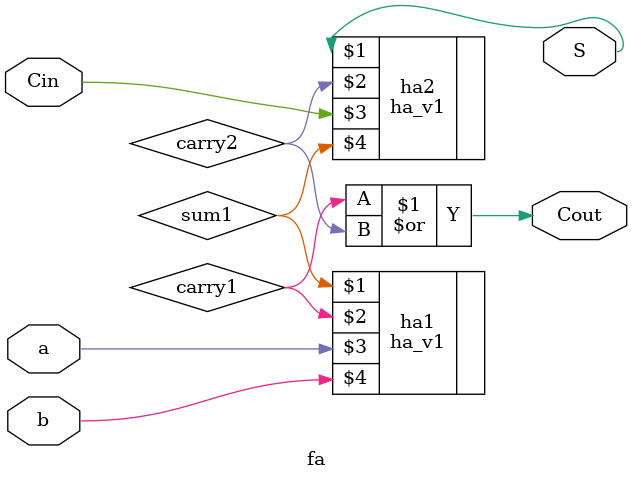
<source format=v>
module fa (output wire S, output wire Cout, input wire a, input wire b, input wire Cin);

  wire sum1, carry1, carry2;

  ha_v1 ha1 (sum1, carry1, a, b);
  ha_v1 ha2 (S, carry2, Cin, sum1);
  or or1 (Cout, carry1, carry2);

endmodule
</source>
